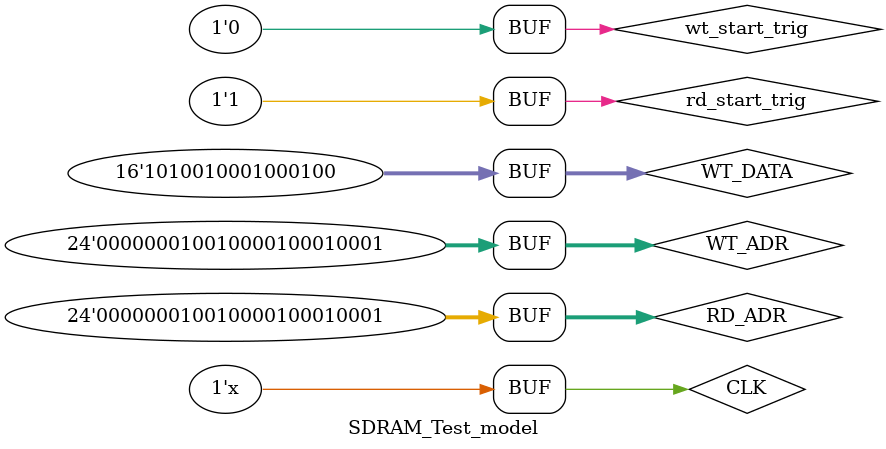
<source format=v>
`timescale 1ns / 1ps


module SDRAM_Test_model;

	// Inputs
	reg CLK;
	reg rd_start_trig;
	reg [23:0] RD_ADR;
	reg wt_start_trig;
	reg [23:0] WT_ADR;
	reg [15:0] WT_DATA;

	// Outputs
	wire rd_busy_flag;
	wire [15:0] RD_DATA;
	wire wt_busy_flag;
	
	wire [1:0] SD_P_BA;
	wire [12:0] SD_P_ADR;
	wire SD_P_nCAS;
	wire SD_P_nRAS;
	wire SD_P_nWE;
	wire SD_P_CKE;
	wire [1:0] SD_P_DQM;
	wire SD_P_nCS;
	wire SD_P_CLK;

	// Bidirs
	wire [15:0] SD_P_DATA;

	// Instantiate the Unit Under Test (UUT)
	SDRAM_Controller uut (
		.CLK				(CLK), 
		.rd_busy_flag	(rd_busy_flag), 
		.rd_start_trig	(rd_start_trig), 
		.RD_ADR			(RD_ADR), 
		.RD_DATA			(RD_DATA), 
		.wt_busy_flag	(wt_busy_flag), 
		.wt_start_trig	(wt_start_trig), 
		.WT_ADR			(WT_ADR), 
		.WT_DATA			(WT_DATA), 
		.SD_P_DATA		(SD_P_DATA), 
		.SD_P_BA			(SD_P_BA), 
		.SD_P_ADR		(SD_P_ADR), 
		.SD_P_nCAS		(SD_P_nCAS), 
		.SD_P_nRAS		(SD_P_nRAS), 
		.SD_P_nWE		(SD_P_nWE), 
		.SD_P_CKE		(SD_P_CKE), 
		.SD_P_DQM		(SD_P_DQM), 
		.SD_P_nCS		(SD_P_nCS), 
		.SD_P_CLK		(SD_P_CLK)
	);

	sdr sdram0 (
		.Dq				(SD_P_DATA), 
		.Addr				(SD_P_ADR),
		.Ba				(SD_P_BA), 
		.Clk				(SD_P_CLK), 
		.Cke				(SD_P_CKE), 
		.Cs_n				(SD_P_nCS), 
		.Ras_n			(SD_P_nRAS), 
		.Cas_n			(SD_P_nCAS), 
		.We_n				(SD_P_nWE), 
		.Dqm				(SD_P_DQM)
	);
	
	always 
	begin
	#1 CLK = !CLK;
	end
	
	initial begin
		// Initialize Inputs
		CLK 				= 0;
		rd_start_trig 	= 0;
		RD_ADR		 	= 0;
		wt_start_trig 	= 0;
		WT_ADR 			= 0;
		WT_DATA 			= 0;

		// Wait 100 ns for global reset to finish
		#100;
      WT_DATA 			= 16'hA444;
		RD_ADR 			= 24'h012111;
		WT_ADR 			= 24'h012111;		
		wt_start_trig 	= 1;
		rd_start_trig 	= 0;
		
		#55000;
		RD_ADR 			= 24'h012111;
		WT_ADR 			= 24'h012111;	
	   wt_start_trig 	= 0;
		rd_start_trig 	= 1;
		
		#30000000;
		// Add stimulus here

	end
      
endmodule


</source>
